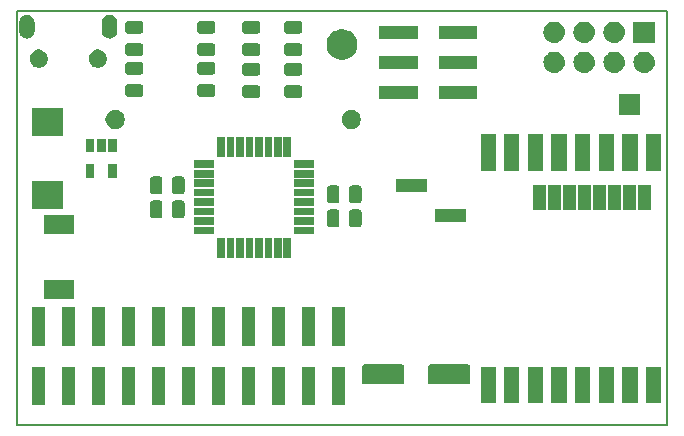
<source format=gbr>
%TF.GenerationSoftware,KiCad,Pcbnew,5.0.2-bee76a0~70~ubuntu18.04.1*%
%TF.CreationDate,2019-10-11T12:06:12+02:00*%
%TF.ProjectId,Mini-BT-Pcb-328P,4d696e69-2d42-4542-9d50-63622d333238,rev?*%
%TF.SameCoordinates,Original*%
%TF.FileFunction,Soldermask,Top*%
%TF.FilePolarity,Negative*%
%FSLAX46Y46*%
G04 Gerber Fmt 4.6, Leading zero omitted, Abs format (unit mm)*
G04 Created by KiCad (PCBNEW 5.0.2-bee76a0~70~ubuntu18.04.1) date ven 11 ott 2019 12:06:12 CEST*
%MOMM*%
%LPD*%
G01*
G04 APERTURE LIST*
%ADD10C,0.150000*%
G04 APERTURE END LIST*
D10*
X132080000Y-108406000D02*
X132080000Y-73406000D01*
X187080000Y-108406000D02*
X132080000Y-108406000D01*
X187080000Y-73406000D02*
X187080000Y-108406000D01*
X132080000Y-73406000D02*
X187080000Y-73406000D01*
G36*
X159807000Y-106765000D02*
X158709000Y-106765000D01*
X158709000Y-103517000D01*
X159807000Y-103517000D01*
X159807000Y-106765000D01*
X159807000Y-106765000D01*
G37*
G36*
X157267000Y-106765000D02*
X156169000Y-106765000D01*
X156169000Y-103517000D01*
X157267000Y-103517000D01*
X157267000Y-106765000D01*
X157267000Y-106765000D01*
G37*
G36*
X134407000Y-106765000D02*
X133309000Y-106765000D01*
X133309000Y-103517000D01*
X134407000Y-103517000D01*
X134407000Y-106765000D01*
X134407000Y-106765000D01*
G37*
G36*
X136947000Y-106765000D02*
X135849000Y-106765000D01*
X135849000Y-103517000D01*
X136947000Y-103517000D01*
X136947000Y-106765000D01*
X136947000Y-106765000D01*
G37*
G36*
X139487000Y-106765000D02*
X138389000Y-106765000D01*
X138389000Y-103517000D01*
X139487000Y-103517000D01*
X139487000Y-106765000D01*
X139487000Y-106765000D01*
G37*
G36*
X142027000Y-106765000D02*
X140929000Y-106765000D01*
X140929000Y-103517000D01*
X142027000Y-103517000D01*
X142027000Y-106765000D01*
X142027000Y-106765000D01*
G37*
G36*
X147107000Y-106765000D02*
X146009000Y-106765000D01*
X146009000Y-103517000D01*
X147107000Y-103517000D01*
X147107000Y-106765000D01*
X147107000Y-106765000D01*
G37*
G36*
X144567000Y-106765000D02*
X143469000Y-106765000D01*
X143469000Y-103517000D01*
X144567000Y-103517000D01*
X144567000Y-106765000D01*
X144567000Y-106765000D01*
G37*
G36*
X154727000Y-106765000D02*
X153629000Y-106765000D01*
X153629000Y-103517000D01*
X154727000Y-103517000D01*
X154727000Y-106765000D01*
X154727000Y-106765000D01*
G37*
G36*
X149647000Y-106765000D02*
X148549000Y-106765000D01*
X148549000Y-103517000D01*
X149647000Y-103517000D01*
X149647000Y-106765000D01*
X149647000Y-106765000D01*
G37*
G36*
X152187000Y-106765000D02*
X151089000Y-106765000D01*
X151089000Y-103517000D01*
X152187000Y-103517000D01*
X152187000Y-106765000D01*
X152187000Y-106765000D01*
G37*
G36*
X178607000Y-106593000D02*
X177309000Y-106593000D01*
X177309000Y-103495000D01*
X178607000Y-103495000D01*
X178607000Y-106593000D01*
X178607000Y-106593000D01*
G37*
G36*
X176607000Y-106593000D02*
X175309000Y-106593000D01*
X175309000Y-103495000D01*
X176607000Y-103495000D01*
X176607000Y-106593000D01*
X176607000Y-106593000D01*
G37*
G36*
X174607000Y-106593000D02*
X173309000Y-106593000D01*
X173309000Y-103495000D01*
X174607000Y-103495000D01*
X174607000Y-106593000D01*
X174607000Y-106593000D01*
G37*
G36*
X172607000Y-106593000D02*
X171309000Y-106593000D01*
X171309000Y-103495000D01*
X172607000Y-103495000D01*
X172607000Y-106593000D01*
X172607000Y-106593000D01*
G37*
G36*
X182607000Y-106593000D02*
X181309000Y-106593000D01*
X181309000Y-103495000D01*
X182607000Y-103495000D01*
X182607000Y-106593000D01*
X182607000Y-106593000D01*
G37*
G36*
X184607000Y-106593000D02*
X183309000Y-106593000D01*
X183309000Y-103495000D01*
X184607000Y-103495000D01*
X184607000Y-106593000D01*
X184607000Y-106593000D01*
G37*
G36*
X180607000Y-106593000D02*
X179309000Y-106593000D01*
X179309000Y-103495000D01*
X180607000Y-103495000D01*
X180607000Y-106593000D01*
X180607000Y-106593000D01*
G37*
G36*
X186607000Y-106593000D02*
X185309000Y-106593000D01*
X185309000Y-103495000D01*
X186607000Y-103495000D01*
X186607000Y-106593000D01*
X186607000Y-106593000D01*
G37*
G36*
X164675069Y-103295674D02*
X164718346Y-103308802D01*
X164758231Y-103330121D01*
X164793189Y-103358811D01*
X164821879Y-103393769D01*
X164843198Y-103433654D01*
X164856326Y-103476931D01*
X164861000Y-103524391D01*
X164861000Y-104755609D01*
X164856326Y-104803069D01*
X164843198Y-104846346D01*
X164821879Y-104886231D01*
X164793189Y-104921189D01*
X164758231Y-104949879D01*
X164718346Y-104971198D01*
X164675069Y-104984326D01*
X164627609Y-104989000D01*
X161496391Y-104989000D01*
X161448931Y-104984326D01*
X161405654Y-104971198D01*
X161365769Y-104949879D01*
X161330811Y-104921189D01*
X161302121Y-104886231D01*
X161280802Y-104846346D01*
X161267674Y-104803069D01*
X161263000Y-104755609D01*
X161263000Y-103524391D01*
X161267674Y-103476931D01*
X161280802Y-103433654D01*
X161302121Y-103393769D01*
X161330811Y-103358811D01*
X161365769Y-103330121D01*
X161405654Y-103308802D01*
X161448931Y-103295674D01*
X161496391Y-103291000D01*
X164627609Y-103291000D01*
X164675069Y-103295674D01*
X164675069Y-103295674D01*
G37*
G36*
X170275069Y-103295674D02*
X170318346Y-103308802D01*
X170358231Y-103330121D01*
X170393189Y-103358811D01*
X170421879Y-103393769D01*
X170443198Y-103433654D01*
X170456326Y-103476931D01*
X170461000Y-103524391D01*
X170461000Y-104755609D01*
X170456326Y-104803069D01*
X170443198Y-104846346D01*
X170421879Y-104886231D01*
X170393189Y-104921189D01*
X170358231Y-104949879D01*
X170318346Y-104971198D01*
X170275069Y-104984326D01*
X170227609Y-104989000D01*
X167096391Y-104989000D01*
X167048931Y-104984326D01*
X167005654Y-104971198D01*
X166965769Y-104949879D01*
X166930811Y-104921189D01*
X166902121Y-104886231D01*
X166880802Y-104846346D01*
X166867674Y-104803069D01*
X166863000Y-104755609D01*
X166863000Y-103524391D01*
X166867674Y-103476931D01*
X166880802Y-103433654D01*
X166902121Y-103393769D01*
X166930811Y-103358811D01*
X166965769Y-103330121D01*
X167005654Y-103308802D01*
X167048931Y-103295674D01*
X167096391Y-103291000D01*
X170227609Y-103291000D01*
X170275069Y-103295674D01*
X170275069Y-103295674D01*
G37*
G36*
X159807000Y-101715000D02*
X158709000Y-101715000D01*
X158709000Y-98467000D01*
X159807000Y-98467000D01*
X159807000Y-101715000D01*
X159807000Y-101715000D01*
G37*
G36*
X136947000Y-101715000D02*
X135849000Y-101715000D01*
X135849000Y-98467000D01*
X136947000Y-98467000D01*
X136947000Y-101715000D01*
X136947000Y-101715000D01*
G37*
G36*
X147107000Y-101715000D02*
X146009000Y-101715000D01*
X146009000Y-98467000D01*
X147107000Y-98467000D01*
X147107000Y-101715000D01*
X147107000Y-101715000D01*
G37*
G36*
X152187000Y-101715000D02*
X151089000Y-101715000D01*
X151089000Y-98467000D01*
X152187000Y-98467000D01*
X152187000Y-101715000D01*
X152187000Y-101715000D01*
G37*
G36*
X144567000Y-101715000D02*
X143469000Y-101715000D01*
X143469000Y-98467000D01*
X144567000Y-98467000D01*
X144567000Y-101715000D01*
X144567000Y-101715000D01*
G37*
G36*
X154727000Y-101715000D02*
X153629000Y-101715000D01*
X153629000Y-98467000D01*
X154727000Y-98467000D01*
X154727000Y-101715000D01*
X154727000Y-101715000D01*
G37*
G36*
X142027000Y-101715000D02*
X140929000Y-101715000D01*
X140929000Y-98467000D01*
X142027000Y-98467000D01*
X142027000Y-101715000D01*
X142027000Y-101715000D01*
G37*
G36*
X157267000Y-101715000D02*
X156169000Y-101715000D01*
X156169000Y-98467000D01*
X157267000Y-98467000D01*
X157267000Y-101715000D01*
X157267000Y-101715000D01*
G37*
G36*
X139487000Y-101715000D02*
X138389000Y-101715000D01*
X138389000Y-98467000D01*
X139487000Y-98467000D01*
X139487000Y-101715000D01*
X139487000Y-101715000D01*
G37*
G36*
X134407000Y-101715000D02*
X133309000Y-101715000D01*
X133309000Y-98467000D01*
X134407000Y-98467000D01*
X134407000Y-101715000D01*
X134407000Y-101715000D01*
G37*
G36*
X149647000Y-101715000D02*
X148549000Y-101715000D01*
X148549000Y-98467000D01*
X149647000Y-98467000D01*
X149647000Y-101715000D01*
X149647000Y-101715000D01*
G37*
G36*
X136885000Y-97783000D02*
X134387000Y-97783000D01*
X134387000Y-96185000D01*
X136885000Y-96185000D01*
X136885000Y-97783000D01*
X136885000Y-97783000D01*
G37*
G36*
X155270000Y-94253000D02*
X154622000Y-94253000D01*
X154622000Y-92555000D01*
X155270000Y-92555000D01*
X155270000Y-94253000D01*
X155270000Y-94253000D01*
G37*
G36*
X154470000Y-94253000D02*
X153822000Y-94253000D01*
X153822000Y-92555000D01*
X154470000Y-92555000D01*
X154470000Y-94253000D01*
X154470000Y-94253000D01*
G37*
G36*
X149670000Y-94253000D02*
X149022000Y-94253000D01*
X149022000Y-92555000D01*
X149670000Y-92555000D01*
X149670000Y-94253000D01*
X149670000Y-94253000D01*
G37*
G36*
X150470000Y-94253000D02*
X149822000Y-94253000D01*
X149822000Y-92555000D01*
X150470000Y-92555000D01*
X150470000Y-94253000D01*
X150470000Y-94253000D01*
G37*
G36*
X152070000Y-94253000D02*
X151422000Y-94253000D01*
X151422000Y-92555000D01*
X152070000Y-92555000D01*
X152070000Y-94253000D01*
X152070000Y-94253000D01*
G37*
G36*
X152870000Y-94253000D02*
X152222000Y-94253000D01*
X152222000Y-92555000D01*
X152870000Y-92555000D01*
X152870000Y-94253000D01*
X152870000Y-94253000D01*
G37*
G36*
X153670000Y-94253000D02*
X153022000Y-94253000D01*
X153022000Y-92555000D01*
X153670000Y-92555000D01*
X153670000Y-94253000D01*
X153670000Y-94253000D01*
G37*
G36*
X151270000Y-94253000D02*
X150622000Y-94253000D01*
X150622000Y-92555000D01*
X151270000Y-92555000D01*
X151270000Y-94253000D01*
X151270000Y-94253000D01*
G37*
G36*
X136885000Y-92283000D02*
X134387000Y-92283000D01*
X134387000Y-90685000D01*
X136885000Y-90685000D01*
X136885000Y-92283000D01*
X136885000Y-92283000D01*
G37*
G36*
X157245000Y-92278000D02*
X155547000Y-92278000D01*
X155547000Y-91630000D01*
X157245000Y-91630000D01*
X157245000Y-92278000D01*
X157245000Y-92278000D01*
G37*
G36*
X148745000Y-92278000D02*
X147047000Y-92278000D01*
X147047000Y-91630000D01*
X148745000Y-91630000D01*
X148745000Y-92278000D01*
X148745000Y-92278000D01*
G37*
G36*
X159169158Y-90187911D02*
X159214745Y-90201739D01*
X159256758Y-90224197D01*
X159293583Y-90254417D01*
X159323803Y-90291242D01*
X159346261Y-90333255D01*
X159360089Y-90378842D01*
X159365000Y-90428704D01*
X159365000Y-91435296D01*
X159360089Y-91485158D01*
X159346261Y-91530745D01*
X159323803Y-91572758D01*
X159293583Y-91609583D01*
X159256758Y-91639803D01*
X159214745Y-91662261D01*
X159169158Y-91676089D01*
X159119296Y-91681000D01*
X158537704Y-91681000D01*
X158487842Y-91676089D01*
X158442255Y-91662261D01*
X158400242Y-91639803D01*
X158363417Y-91609583D01*
X158333197Y-91572758D01*
X158310739Y-91530745D01*
X158296911Y-91485158D01*
X158292000Y-91435296D01*
X158292000Y-90428704D01*
X158296911Y-90378842D01*
X158310739Y-90333255D01*
X158333197Y-90291242D01*
X158363417Y-90254417D01*
X158400242Y-90224197D01*
X158442255Y-90201739D01*
X158487842Y-90187911D01*
X158537704Y-90183000D01*
X159119296Y-90183000D01*
X159169158Y-90187911D01*
X159169158Y-90187911D01*
G37*
G36*
X161044158Y-90187911D02*
X161089745Y-90201739D01*
X161131758Y-90224197D01*
X161168583Y-90254417D01*
X161198803Y-90291242D01*
X161221261Y-90333255D01*
X161235089Y-90378842D01*
X161240000Y-90428704D01*
X161240000Y-91435296D01*
X161235089Y-91485158D01*
X161221261Y-91530745D01*
X161198803Y-91572758D01*
X161168583Y-91609583D01*
X161131758Y-91639803D01*
X161089745Y-91662261D01*
X161044158Y-91676089D01*
X160994296Y-91681000D01*
X160412704Y-91681000D01*
X160362842Y-91676089D01*
X160317255Y-91662261D01*
X160275242Y-91639803D01*
X160238417Y-91609583D01*
X160208197Y-91572758D01*
X160185739Y-91530745D01*
X160171911Y-91485158D01*
X160167000Y-91435296D01*
X160167000Y-90428704D01*
X160171911Y-90378842D01*
X160185739Y-90333255D01*
X160208197Y-90291242D01*
X160238417Y-90254417D01*
X160275242Y-90224197D01*
X160317255Y-90201739D01*
X160362842Y-90187911D01*
X160412704Y-90183000D01*
X160994296Y-90183000D01*
X161044158Y-90187911D01*
X161044158Y-90187911D01*
G37*
G36*
X157245000Y-91478000D02*
X155547000Y-91478000D01*
X155547000Y-90830000D01*
X157245000Y-90830000D01*
X157245000Y-91478000D01*
X157245000Y-91478000D01*
G37*
G36*
X148745000Y-91478000D02*
X147047000Y-91478000D01*
X147047000Y-90830000D01*
X148745000Y-90830000D01*
X148745000Y-91478000D01*
X148745000Y-91478000D01*
G37*
G36*
X170091000Y-91227000D02*
X167483000Y-91227000D01*
X167483000Y-90129000D01*
X170091000Y-90129000D01*
X170091000Y-91227000D01*
X170091000Y-91227000D01*
G37*
G36*
X146058158Y-89425911D02*
X146103745Y-89439739D01*
X146145758Y-89462197D01*
X146182583Y-89492417D01*
X146212803Y-89529242D01*
X146235261Y-89571255D01*
X146249089Y-89616842D01*
X146254000Y-89666704D01*
X146254000Y-90673296D01*
X146249089Y-90723158D01*
X146235261Y-90768745D01*
X146212803Y-90810758D01*
X146182583Y-90847583D01*
X146145758Y-90877803D01*
X146103745Y-90900261D01*
X146058158Y-90914089D01*
X146008296Y-90919000D01*
X145426704Y-90919000D01*
X145376842Y-90914089D01*
X145331255Y-90900261D01*
X145289242Y-90877803D01*
X145252417Y-90847583D01*
X145222197Y-90810758D01*
X145199739Y-90768745D01*
X145185911Y-90723158D01*
X145181000Y-90673296D01*
X145181000Y-89666704D01*
X145185911Y-89616842D01*
X145199739Y-89571255D01*
X145222197Y-89529242D01*
X145252417Y-89492417D01*
X145289242Y-89462197D01*
X145331255Y-89439739D01*
X145376842Y-89425911D01*
X145426704Y-89421000D01*
X146008296Y-89421000D01*
X146058158Y-89425911D01*
X146058158Y-89425911D01*
G37*
G36*
X144183158Y-89425911D02*
X144228745Y-89439739D01*
X144270758Y-89462197D01*
X144307583Y-89492417D01*
X144337803Y-89529242D01*
X144360261Y-89571255D01*
X144374089Y-89616842D01*
X144379000Y-89666704D01*
X144379000Y-90673296D01*
X144374089Y-90723158D01*
X144360261Y-90768745D01*
X144337803Y-90810758D01*
X144307583Y-90847583D01*
X144270758Y-90877803D01*
X144228745Y-90900261D01*
X144183158Y-90914089D01*
X144133296Y-90919000D01*
X143551704Y-90919000D01*
X143501842Y-90914089D01*
X143456255Y-90900261D01*
X143414242Y-90877803D01*
X143377417Y-90847583D01*
X143347197Y-90810758D01*
X143324739Y-90768745D01*
X143310911Y-90723158D01*
X143306000Y-90673296D01*
X143306000Y-89666704D01*
X143310911Y-89616842D01*
X143324739Y-89571255D01*
X143347197Y-89529242D01*
X143377417Y-89492417D01*
X143414242Y-89462197D01*
X143456255Y-89439739D01*
X143501842Y-89425911D01*
X143551704Y-89421000D01*
X144133296Y-89421000D01*
X144183158Y-89425911D01*
X144183158Y-89425911D01*
G37*
G36*
X157245000Y-90678000D02*
X155547000Y-90678000D01*
X155547000Y-90030000D01*
X157245000Y-90030000D01*
X157245000Y-90678000D01*
X157245000Y-90678000D01*
G37*
G36*
X148745000Y-90678000D02*
X147047000Y-90678000D01*
X147047000Y-90030000D01*
X148745000Y-90030000D01*
X148745000Y-90678000D01*
X148745000Y-90678000D01*
G37*
G36*
X180635000Y-90203000D02*
X179537000Y-90203000D01*
X179537000Y-88105000D01*
X180635000Y-88105000D01*
X180635000Y-90203000D01*
X180635000Y-90203000D01*
G37*
G36*
X185715000Y-90203000D02*
X184617000Y-90203000D01*
X184617000Y-88105000D01*
X185715000Y-88105000D01*
X185715000Y-90203000D01*
X185715000Y-90203000D01*
G37*
G36*
X184445000Y-90203000D02*
X183347000Y-90203000D01*
X183347000Y-88105000D01*
X184445000Y-88105000D01*
X184445000Y-90203000D01*
X184445000Y-90203000D01*
G37*
G36*
X183175000Y-90203000D02*
X182077000Y-90203000D01*
X182077000Y-88105000D01*
X183175000Y-88105000D01*
X183175000Y-90203000D01*
X183175000Y-90203000D01*
G37*
G36*
X181905000Y-90203000D02*
X180807000Y-90203000D01*
X180807000Y-88105000D01*
X181905000Y-88105000D01*
X181905000Y-90203000D01*
X181905000Y-90203000D01*
G37*
G36*
X179365000Y-90203000D02*
X178267000Y-90203000D01*
X178267000Y-88105000D01*
X179365000Y-88105000D01*
X179365000Y-90203000D01*
X179365000Y-90203000D01*
G37*
G36*
X176825000Y-90203000D02*
X175727000Y-90203000D01*
X175727000Y-88105000D01*
X176825000Y-88105000D01*
X176825000Y-90203000D01*
X176825000Y-90203000D01*
G37*
G36*
X178095000Y-90203000D02*
X176997000Y-90203000D01*
X176997000Y-88105000D01*
X178095000Y-88105000D01*
X178095000Y-90203000D01*
X178095000Y-90203000D01*
G37*
G36*
X135929000Y-90156000D02*
X133311000Y-90156000D01*
X133311000Y-87748000D01*
X135929000Y-87748000D01*
X135929000Y-90156000D01*
X135929000Y-90156000D01*
G37*
G36*
X148745000Y-89878000D02*
X147047000Y-89878000D01*
X147047000Y-89230000D01*
X148745000Y-89230000D01*
X148745000Y-89878000D01*
X148745000Y-89878000D01*
G37*
G36*
X157245000Y-89878000D02*
X155547000Y-89878000D01*
X155547000Y-89230000D01*
X157245000Y-89230000D01*
X157245000Y-89878000D01*
X157245000Y-89878000D01*
G37*
G36*
X159169158Y-88155911D02*
X159214745Y-88169739D01*
X159256758Y-88192197D01*
X159293583Y-88222417D01*
X159323803Y-88259242D01*
X159346261Y-88301255D01*
X159360089Y-88346842D01*
X159365000Y-88396704D01*
X159365000Y-89403296D01*
X159360089Y-89453158D01*
X159346261Y-89498745D01*
X159323803Y-89540758D01*
X159293583Y-89577583D01*
X159256758Y-89607803D01*
X159214745Y-89630261D01*
X159169158Y-89644089D01*
X159119296Y-89649000D01*
X158537704Y-89649000D01*
X158487842Y-89644089D01*
X158442255Y-89630261D01*
X158400242Y-89607803D01*
X158363417Y-89577583D01*
X158333197Y-89540758D01*
X158310739Y-89498745D01*
X158296911Y-89453158D01*
X158292000Y-89403296D01*
X158292000Y-88396704D01*
X158296911Y-88346842D01*
X158310739Y-88301255D01*
X158333197Y-88259242D01*
X158363417Y-88222417D01*
X158400242Y-88192197D01*
X158442255Y-88169739D01*
X158487842Y-88155911D01*
X158537704Y-88151000D01*
X159119296Y-88151000D01*
X159169158Y-88155911D01*
X159169158Y-88155911D01*
G37*
G36*
X161044158Y-88155911D02*
X161089745Y-88169739D01*
X161131758Y-88192197D01*
X161168583Y-88222417D01*
X161198803Y-88259242D01*
X161221261Y-88301255D01*
X161235089Y-88346842D01*
X161240000Y-88396704D01*
X161240000Y-89403296D01*
X161235089Y-89453158D01*
X161221261Y-89498745D01*
X161198803Y-89540758D01*
X161168583Y-89577583D01*
X161131758Y-89607803D01*
X161089745Y-89630261D01*
X161044158Y-89644089D01*
X160994296Y-89649000D01*
X160412704Y-89649000D01*
X160362842Y-89644089D01*
X160317255Y-89630261D01*
X160275242Y-89607803D01*
X160238417Y-89577583D01*
X160208197Y-89540758D01*
X160185739Y-89498745D01*
X160171911Y-89453158D01*
X160167000Y-89403296D01*
X160167000Y-88396704D01*
X160171911Y-88346842D01*
X160185739Y-88301255D01*
X160208197Y-88259242D01*
X160238417Y-88222417D01*
X160275242Y-88192197D01*
X160317255Y-88169739D01*
X160362842Y-88155911D01*
X160412704Y-88151000D01*
X160994296Y-88151000D01*
X161044158Y-88155911D01*
X161044158Y-88155911D01*
G37*
G36*
X157245000Y-89078000D02*
X155547000Y-89078000D01*
X155547000Y-88430000D01*
X157245000Y-88430000D01*
X157245000Y-89078000D01*
X157245000Y-89078000D01*
G37*
G36*
X148745000Y-89078000D02*
X147047000Y-89078000D01*
X147047000Y-88430000D01*
X148745000Y-88430000D01*
X148745000Y-89078000D01*
X148745000Y-89078000D01*
G37*
G36*
X146058158Y-87393911D02*
X146103745Y-87407739D01*
X146145758Y-87430197D01*
X146182583Y-87460417D01*
X146212803Y-87497242D01*
X146235261Y-87539255D01*
X146249089Y-87584842D01*
X146254000Y-87634704D01*
X146254000Y-88641296D01*
X146249089Y-88691158D01*
X146235261Y-88736745D01*
X146212803Y-88778758D01*
X146182583Y-88815583D01*
X146145758Y-88845803D01*
X146103745Y-88868261D01*
X146058158Y-88882089D01*
X146008296Y-88887000D01*
X145426704Y-88887000D01*
X145376842Y-88882089D01*
X145331255Y-88868261D01*
X145289242Y-88845803D01*
X145252417Y-88815583D01*
X145222197Y-88778758D01*
X145199739Y-88736745D01*
X145185911Y-88691158D01*
X145181000Y-88641296D01*
X145181000Y-87634704D01*
X145185911Y-87584842D01*
X145199739Y-87539255D01*
X145222197Y-87497242D01*
X145252417Y-87460417D01*
X145289242Y-87430197D01*
X145331255Y-87407739D01*
X145376842Y-87393911D01*
X145426704Y-87389000D01*
X146008296Y-87389000D01*
X146058158Y-87393911D01*
X146058158Y-87393911D01*
G37*
G36*
X144183158Y-87393911D02*
X144228745Y-87407739D01*
X144270758Y-87430197D01*
X144307583Y-87460417D01*
X144337803Y-87497242D01*
X144360261Y-87539255D01*
X144374089Y-87584842D01*
X144379000Y-87634704D01*
X144379000Y-88641296D01*
X144374089Y-88691158D01*
X144360261Y-88736745D01*
X144337803Y-88778758D01*
X144307583Y-88815583D01*
X144270758Y-88845803D01*
X144228745Y-88868261D01*
X144183158Y-88882089D01*
X144133296Y-88887000D01*
X143551704Y-88887000D01*
X143501842Y-88882089D01*
X143456255Y-88868261D01*
X143414242Y-88845803D01*
X143377417Y-88815583D01*
X143347197Y-88778758D01*
X143324739Y-88736745D01*
X143310911Y-88691158D01*
X143306000Y-88641296D01*
X143306000Y-87634704D01*
X143310911Y-87584842D01*
X143324739Y-87539255D01*
X143347197Y-87497242D01*
X143377417Y-87460417D01*
X143414242Y-87430197D01*
X143456255Y-87407739D01*
X143501842Y-87393911D01*
X143551704Y-87389000D01*
X144133296Y-87389000D01*
X144183158Y-87393911D01*
X144183158Y-87393911D01*
G37*
G36*
X166781000Y-88687000D02*
X164173000Y-88687000D01*
X164173000Y-87589000D01*
X166781000Y-87589000D01*
X166781000Y-88687000D01*
X166781000Y-88687000D01*
G37*
G36*
X157245000Y-88278000D02*
X155547000Y-88278000D01*
X155547000Y-87630000D01*
X157245000Y-87630000D01*
X157245000Y-88278000D01*
X157245000Y-88278000D01*
G37*
G36*
X148745000Y-88278000D02*
X147047000Y-88278000D01*
X147047000Y-87630000D01*
X148745000Y-87630000D01*
X148745000Y-88278000D01*
X148745000Y-88278000D01*
G37*
G36*
X138616000Y-87531000D02*
X137868000Y-87531000D01*
X137868000Y-86373000D01*
X138616000Y-86373000D01*
X138616000Y-87531000D01*
X138616000Y-87531000D01*
G37*
G36*
X140516000Y-87531000D02*
X139768000Y-87531000D01*
X139768000Y-86373000D01*
X140516000Y-86373000D01*
X140516000Y-87531000D01*
X140516000Y-87531000D01*
G37*
G36*
X157245000Y-87478000D02*
X155547000Y-87478000D01*
X155547000Y-86830000D01*
X157245000Y-86830000D01*
X157245000Y-87478000D01*
X157245000Y-87478000D01*
G37*
G36*
X148745000Y-87478000D02*
X147047000Y-87478000D01*
X147047000Y-86830000D01*
X148745000Y-86830000D01*
X148745000Y-87478000D01*
X148745000Y-87478000D01*
G37*
G36*
X178607000Y-86893000D02*
X177309000Y-86893000D01*
X177309000Y-83795000D01*
X178607000Y-83795000D01*
X178607000Y-86893000D01*
X178607000Y-86893000D01*
G37*
G36*
X172607000Y-86893000D02*
X171309000Y-86893000D01*
X171309000Y-83795000D01*
X172607000Y-83795000D01*
X172607000Y-86893000D01*
X172607000Y-86893000D01*
G37*
G36*
X174607000Y-86893000D02*
X173309000Y-86893000D01*
X173309000Y-83795000D01*
X174607000Y-83795000D01*
X174607000Y-86893000D01*
X174607000Y-86893000D01*
G37*
G36*
X176607000Y-86893000D02*
X175309000Y-86893000D01*
X175309000Y-83795000D01*
X176607000Y-83795000D01*
X176607000Y-86893000D01*
X176607000Y-86893000D01*
G37*
G36*
X180607000Y-86893000D02*
X179309000Y-86893000D01*
X179309000Y-83795000D01*
X180607000Y-83795000D01*
X180607000Y-86893000D01*
X180607000Y-86893000D01*
G37*
G36*
X182607000Y-86893000D02*
X181309000Y-86893000D01*
X181309000Y-83795000D01*
X182607000Y-83795000D01*
X182607000Y-86893000D01*
X182607000Y-86893000D01*
G37*
G36*
X186607000Y-86893000D02*
X185309000Y-86893000D01*
X185309000Y-83795000D01*
X186607000Y-83795000D01*
X186607000Y-86893000D01*
X186607000Y-86893000D01*
G37*
G36*
X184607000Y-86893000D02*
X183309000Y-86893000D01*
X183309000Y-83795000D01*
X184607000Y-83795000D01*
X184607000Y-86893000D01*
X184607000Y-86893000D01*
G37*
G36*
X157245000Y-86678000D02*
X155547000Y-86678000D01*
X155547000Y-86030000D01*
X157245000Y-86030000D01*
X157245000Y-86678000D01*
X157245000Y-86678000D01*
G37*
G36*
X148745000Y-86678000D02*
X147047000Y-86678000D01*
X147047000Y-86030000D01*
X148745000Y-86030000D01*
X148745000Y-86678000D01*
X148745000Y-86678000D01*
G37*
G36*
X149670000Y-85753000D02*
X149022000Y-85753000D01*
X149022000Y-84055000D01*
X149670000Y-84055000D01*
X149670000Y-85753000D01*
X149670000Y-85753000D01*
G37*
G36*
X151270000Y-85753000D02*
X150622000Y-85753000D01*
X150622000Y-84055000D01*
X151270000Y-84055000D01*
X151270000Y-85753000D01*
X151270000Y-85753000D01*
G37*
G36*
X152070000Y-85753000D02*
X151422000Y-85753000D01*
X151422000Y-84055000D01*
X152070000Y-84055000D01*
X152070000Y-85753000D01*
X152070000Y-85753000D01*
G37*
G36*
X152870000Y-85753000D02*
X152222000Y-85753000D01*
X152222000Y-84055000D01*
X152870000Y-84055000D01*
X152870000Y-85753000D01*
X152870000Y-85753000D01*
G37*
G36*
X153670000Y-85753000D02*
X153022000Y-85753000D01*
X153022000Y-84055000D01*
X153670000Y-84055000D01*
X153670000Y-85753000D01*
X153670000Y-85753000D01*
G37*
G36*
X150470000Y-85753000D02*
X149822000Y-85753000D01*
X149822000Y-84055000D01*
X150470000Y-84055000D01*
X150470000Y-85753000D01*
X150470000Y-85753000D01*
G37*
G36*
X154470000Y-85753000D02*
X153822000Y-85753000D01*
X153822000Y-84055000D01*
X154470000Y-84055000D01*
X154470000Y-85753000D01*
X154470000Y-85753000D01*
G37*
G36*
X155270000Y-85753000D02*
X154622000Y-85753000D01*
X154622000Y-84055000D01*
X155270000Y-84055000D01*
X155270000Y-85753000D01*
X155270000Y-85753000D01*
G37*
G36*
X140516000Y-85331000D02*
X139768000Y-85331000D01*
X139768000Y-84173000D01*
X140516000Y-84173000D01*
X140516000Y-85331000D01*
X140516000Y-85331000D01*
G37*
G36*
X139566000Y-85331000D02*
X138818000Y-85331000D01*
X138818000Y-84173000D01*
X139566000Y-84173000D01*
X139566000Y-85331000D01*
X139566000Y-85331000D01*
G37*
G36*
X138616000Y-85331000D02*
X137868000Y-85331000D01*
X137868000Y-84173000D01*
X138616000Y-84173000D01*
X138616000Y-85331000D01*
X138616000Y-85331000D01*
G37*
G36*
X135929000Y-83956000D02*
X133311000Y-83956000D01*
X133311000Y-81548000D01*
X135929000Y-81548000D01*
X135929000Y-83956000D01*
X135929000Y-83956000D01*
G37*
G36*
X140604560Y-81770166D02*
X140752153Y-81831301D01*
X140884535Y-81919756D01*
X140884985Y-81920057D01*
X140997943Y-82033015D01*
X140997945Y-82033018D01*
X141086699Y-82165847D01*
X141147834Y-82313440D01*
X141179000Y-82470123D01*
X141179000Y-82629877D01*
X141147834Y-82786560D01*
X141086699Y-82934153D01*
X140998244Y-83066535D01*
X140997943Y-83066985D01*
X140884985Y-83179943D01*
X140884982Y-83179945D01*
X140752153Y-83268699D01*
X140604560Y-83329834D01*
X140447877Y-83361000D01*
X140288123Y-83361000D01*
X140131440Y-83329834D01*
X139983847Y-83268699D01*
X139851018Y-83179945D01*
X139851015Y-83179943D01*
X139738057Y-83066985D01*
X139737756Y-83066535D01*
X139649301Y-82934153D01*
X139588166Y-82786560D01*
X139557000Y-82629877D01*
X139557000Y-82470123D01*
X139588166Y-82313440D01*
X139649301Y-82165847D01*
X139738055Y-82033018D01*
X139738057Y-82033015D01*
X139851015Y-81920057D01*
X139851465Y-81919756D01*
X139983847Y-81831301D01*
X140131440Y-81770166D01*
X140288123Y-81739000D01*
X140447877Y-81739000D01*
X140604560Y-81770166D01*
X140604560Y-81770166D01*
G37*
G36*
X160604560Y-81770166D02*
X160752153Y-81831301D01*
X160884535Y-81919756D01*
X160884985Y-81920057D01*
X160997943Y-82033015D01*
X160997945Y-82033018D01*
X161086699Y-82165847D01*
X161147834Y-82313440D01*
X161179000Y-82470123D01*
X161179000Y-82629877D01*
X161147834Y-82786560D01*
X161086699Y-82934153D01*
X160998244Y-83066535D01*
X160997943Y-83066985D01*
X160884985Y-83179943D01*
X160884982Y-83179945D01*
X160752153Y-83268699D01*
X160604560Y-83329834D01*
X160447877Y-83361000D01*
X160288123Y-83361000D01*
X160131440Y-83329834D01*
X159983847Y-83268699D01*
X159851018Y-83179945D01*
X159851015Y-83179943D01*
X159738057Y-83066985D01*
X159737756Y-83066535D01*
X159649301Y-82934153D01*
X159588166Y-82786560D01*
X159557000Y-82629877D01*
X159557000Y-82470123D01*
X159588166Y-82313440D01*
X159649301Y-82165847D01*
X159738055Y-82033018D01*
X159738057Y-82033015D01*
X159851015Y-81920057D01*
X159851465Y-81919756D01*
X159983847Y-81831301D01*
X160131440Y-81770166D01*
X160288123Y-81739000D01*
X160447877Y-81739000D01*
X160604560Y-81770166D01*
X160604560Y-81770166D01*
G37*
G36*
X184795000Y-82179000D02*
X182997000Y-82179000D01*
X182997000Y-80381000D01*
X184795000Y-80381000D01*
X184795000Y-82179000D01*
X184795000Y-82179000D01*
G37*
G36*
X171027000Y-80813000D02*
X167779000Y-80813000D01*
X167779000Y-79715000D01*
X171027000Y-79715000D01*
X171027000Y-80813000D01*
X171027000Y-80813000D01*
G37*
G36*
X165977000Y-80813000D02*
X162729000Y-80813000D01*
X162729000Y-79715000D01*
X165977000Y-79715000D01*
X165977000Y-80813000D01*
X165977000Y-80813000D01*
G37*
G36*
X152445158Y-79653911D02*
X152490745Y-79667739D01*
X152532758Y-79690197D01*
X152569583Y-79720417D01*
X152599803Y-79757242D01*
X152622261Y-79799255D01*
X152636089Y-79844842D01*
X152641000Y-79894704D01*
X152641000Y-80476296D01*
X152636089Y-80526158D01*
X152622261Y-80571745D01*
X152599803Y-80613758D01*
X152569583Y-80650583D01*
X152532758Y-80680803D01*
X152490745Y-80703261D01*
X152445158Y-80717089D01*
X152395296Y-80722000D01*
X151388704Y-80722000D01*
X151338842Y-80717089D01*
X151293255Y-80703261D01*
X151251242Y-80680803D01*
X151214417Y-80650583D01*
X151184197Y-80613758D01*
X151161739Y-80571745D01*
X151147911Y-80526158D01*
X151143000Y-80476296D01*
X151143000Y-79894704D01*
X151147911Y-79844842D01*
X151161739Y-79799255D01*
X151184197Y-79757242D01*
X151214417Y-79720417D01*
X151251242Y-79690197D01*
X151293255Y-79667739D01*
X151338842Y-79653911D01*
X151388704Y-79649000D01*
X152395296Y-79649000D01*
X152445158Y-79653911D01*
X152445158Y-79653911D01*
G37*
G36*
X156001158Y-79653911D02*
X156046745Y-79667739D01*
X156088758Y-79690197D01*
X156125583Y-79720417D01*
X156155803Y-79757242D01*
X156178261Y-79799255D01*
X156192089Y-79844842D01*
X156197000Y-79894704D01*
X156197000Y-80476296D01*
X156192089Y-80526158D01*
X156178261Y-80571745D01*
X156155803Y-80613758D01*
X156125583Y-80650583D01*
X156088758Y-80680803D01*
X156046745Y-80703261D01*
X156001158Y-80717089D01*
X155951296Y-80722000D01*
X154944704Y-80722000D01*
X154894842Y-80717089D01*
X154849255Y-80703261D01*
X154807242Y-80680803D01*
X154770417Y-80650583D01*
X154740197Y-80613758D01*
X154717739Y-80571745D01*
X154703911Y-80526158D01*
X154699000Y-80476296D01*
X154699000Y-79894704D01*
X154703911Y-79844842D01*
X154717739Y-79799255D01*
X154740197Y-79757242D01*
X154770417Y-79720417D01*
X154807242Y-79690197D01*
X154849255Y-79667739D01*
X154894842Y-79653911D01*
X154944704Y-79649000D01*
X155951296Y-79649000D01*
X156001158Y-79653911D01*
X156001158Y-79653911D01*
G37*
G36*
X142539158Y-79575411D02*
X142584745Y-79589239D01*
X142626758Y-79611697D01*
X142663583Y-79641917D01*
X142693803Y-79678742D01*
X142716261Y-79720755D01*
X142730089Y-79766342D01*
X142735000Y-79816204D01*
X142735000Y-80397796D01*
X142730089Y-80447658D01*
X142716261Y-80493245D01*
X142693803Y-80535258D01*
X142663583Y-80572083D01*
X142626758Y-80602303D01*
X142584745Y-80624761D01*
X142539158Y-80638589D01*
X142489296Y-80643500D01*
X141482704Y-80643500D01*
X141432842Y-80638589D01*
X141387255Y-80624761D01*
X141345242Y-80602303D01*
X141308417Y-80572083D01*
X141278197Y-80535258D01*
X141255739Y-80493245D01*
X141241911Y-80447658D01*
X141237000Y-80397796D01*
X141237000Y-79816204D01*
X141241911Y-79766342D01*
X141255739Y-79720755D01*
X141278197Y-79678742D01*
X141308417Y-79641917D01*
X141345242Y-79611697D01*
X141387255Y-79589239D01*
X141432842Y-79575411D01*
X141482704Y-79570500D01*
X142489296Y-79570500D01*
X142539158Y-79575411D01*
X142539158Y-79575411D01*
G37*
G36*
X148635158Y-79575411D02*
X148680745Y-79589239D01*
X148722758Y-79611697D01*
X148759583Y-79641917D01*
X148789803Y-79678742D01*
X148812261Y-79720755D01*
X148826089Y-79766342D01*
X148831000Y-79816204D01*
X148831000Y-80397796D01*
X148826089Y-80447658D01*
X148812261Y-80493245D01*
X148789803Y-80535258D01*
X148759583Y-80572083D01*
X148722758Y-80602303D01*
X148680745Y-80624761D01*
X148635158Y-80638589D01*
X148585296Y-80643500D01*
X147578704Y-80643500D01*
X147528842Y-80638589D01*
X147483255Y-80624761D01*
X147441242Y-80602303D01*
X147404417Y-80572083D01*
X147374197Y-80535258D01*
X147351739Y-80493245D01*
X147337911Y-80447658D01*
X147333000Y-80397796D01*
X147333000Y-79816204D01*
X147337911Y-79766342D01*
X147351739Y-79720755D01*
X147374197Y-79678742D01*
X147404417Y-79641917D01*
X147441242Y-79611697D01*
X147483255Y-79589239D01*
X147528842Y-79575411D01*
X147578704Y-79570500D01*
X148585296Y-79570500D01*
X148635158Y-79575411D01*
X148635158Y-79575411D01*
G37*
G36*
X156001158Y-77778911D02*
X156046745Y-77792739D01*
X156088758Y-77815197D01*
X156125583Y-77845417D01*
X156155803Y-77882242D01*
X156178261Y-77924255D01*
X156192089Y-77969842D01*
X156197000Y-78019704D01*
X156197000Y-78601296D01*
X156192089Y-78651158D01*
X156178261Y-78696745D01*
X156155803Y-78738758D01*
X156125583Y-78775583D01*
X156088758Y-78805803D01*
X156046745Y-78828261D01*
X156001158Y-78842089D01*
X155951296Y-78847000D01*
X154944704Y-78847000D01*
X154894842Y-78842089D01*
X154849255Y-78828261D01*
X154807242Y-78805803D01*
X154770417Y-78775583D01*
X154740197Y-78738758D01*
X154717739Y-78696745D01*
X154703911Y-78651158D01*
X154699000Y-78601296D01*
X154699000Y-78019704D01*
X154703911Y-77969842D01*
X154717739Y-77924255D01*
X154740197Y-77882242D01*
X154770417Y-77845417D01*
X154807242Y-77815197D01*
X154849255Y-77792739D01*
X154894842Y-77778911D01*
X154944704Y-77774000D01*
X155951296Y-77774000D01*
X156001158Y-77778911D01*
X156001158Y-77778911D01*
G37*
G36*
X152445158Y-77778911D02*
X152490745Y-77792739D01*
X152532758Y-77815197D01*
X152569583Y-77845417D01*
X152599803Y-77882242D01*
X152622261Y-77924255D01*
X152636089Y-77969842D01*
X152641000Y-78019704D01*
X152641000Y-78601296D01*
X152636089Y-78651158D01*
X152622261Y-78696745D01*
X152599803Y-78738758D01*
X152569583Y-78775583D01*
X152532758Y-78805803D01*
X152490745Y-78828261D01*
X152445158Y-78842089D01*
X152395296Y-78847000D01*
X151388704Y-78847000D01*
X151338842Y-78842089D01*
X151293255Y-78828261D01*
X151251242Y-78805803D01*
X151214417Y-78775583D01*
X151184197Y-78738758D01*
X151161739Y-78696745D01*
X151147911Y-78651158D01*
X151143000Y-78601296D01*
X151143000Y-78019704D01*
X151147911Y-77969842D01*
X151161739Y-77924255D01*
X151184197Y-77882242D01*
X151214417Y-77845417D01*
X151251242Y-77815197D01*
X151293255Y-77792739D01*
X151338842Y-77778911D01*
X151388704Y-77774000D01*
X152395296Y-77774000D01*
X152445158Y-77778911D01*
X152445158Y-77778911D01*
G37*
G36*
X148635158Y-77700411D02*
X148680745Y-77714239D01*
X148722758Y-77736697D01*
X148759583Y-77766917D01*
X148789803Y-77803742D01*
X148812261Y-77845755D01*
X148826089Y-77891342D01*
X148831000Y-77941204D01*
X148831000Y-78522796D01*
X148826089Y-78572658D01*
X148812261Y-78618245D01*
X148789803Y-78660258D01*
X148759583Y-78697083D01*
X148722758Y-78727303D01*
X148680745Y-78749761D01*
X148635158Y-78763589D01*
X148585296Y-78768500D01*
X147578704Y-78768500D01*
X147528842Y-78763589D01*
X147483255Y-78749761D01*
X147441242Y-78727303D01*
X147404417Y-78697083D01*
X147374197Y-78660258D01*
X147351739Y-78618245D01*
X147337911Y-78572658D01*
X147333000Y-78522796D01*
X147333000Y-77941204D01*
X147337911Y-77891342D01*
X147351739Y-77845755D01*
X147374197Y-77803742D01*
X147404417Y-77766917D01*
X147441242Y-77736697D01*
X147483255Y-77714239D01*
X147528842Y-77700411D01*
X147578704Y-77695500D01*
X148585296Y-77695500D01*
X148635158Y-77700411D01*
X148635158Y-77700411D01*
G37*
G36*
X142539158Y-77700411D02*
X142584745Y-77714239D01*
X142626758Y-77736697D01*
X142663583Y-77766917D01*
X142693803Y-77803742D01*
X142716261Y-77845755D01*
X142730089Y-77891342D01*
X142735000Y-77941204D01*
X142735000Y-78522796D01*
X142730089Y-78572658D01*
X142716261Y-78618245D01*
X142693803Y-78660258D01*
X142663583Y-78697083D01*
X142626758Y-78727303D01*
X142584745Y-78749761D01*
X142539158Y-78763589D01*
X142489296Y-78768500D01*
X141482704Y-78768500D01*
X141432842Y-78763589D01*
X141387255Y-78749761D01*
X141345242Y-78727303D01*
X141308417Y-78697083D01*
X141278197Y-78660258D01*
X141255739Y-78618245D01*
X141241911Y-78572658D01*
X141237000Y-78522796D01*
X141237000Y-77941204D01*
X141241911Y-77891342D01*
X141255739Y-77845755D01*
X141278197Y-77803742D01*
X141308417Y-77766917D01*
X141345242Y-77736697D01*
X141387255Y-77714239D01*
X141432842Y-77700411D01*
X141482704Y-77695500D01*
X142489296Y-77695500D01*
X142539158Y-77700411D01*
X142539158Y-77700411D01*
G37*
G36*
X177630486Y-76815306D02*
X177724901Y-76824605D01*
X177764939Y-76836750D01*
X177896926Y-76876788D01*
X178055464Y-76961528D01*
X178078334Y-76980297D01*
X178194428Y-77075572D01*
X178282372Y-77182733D01*
X178308472Y-77214536D01*
X178393212Y-77373074D01*
X178416268Y-77449080D01*
X178445395Y-77545099D01*
X178463015Y-77724000D01*
X178445395Y-77902901D01*
X178438917Y-77924255D01*
X178393212Y-78074926D01*
X178308472Y-78233464D01*
X178308470Y-78233466D01*
X178194428Y-78372428D01*
X178078334Y-78467703D01*
X178055464Y-78486472D01*
X177896926Y-78571212D01*
X177764939Y-78611250D01*
X177724901Y-78623395D01*
X177657864Y-78629997D01*
X177590828Y-78636600D01*
X177501172Y-78636600D01*
X177434136Y-78629997D01*
X177367099Y-78623395D01*
X177327061Y-78611250D01*
X177195074Y-78571212D01*
X177036536Y-78486472D01*
X177013666Y-78467703D01*
X176897572Y-78372428D01*
X176783530Y-78233466D01*
X176783528Y-78233464D01*
X176698788Y-78074926D01*
X176653083Y-77924255D01*
X176646605Y-77902901D01*
X176628985Y-77724000D01*
X176646605Y-77545099D01*
X176675732Y-77449080D01*
X176698788Y-77373074D01*
X176783528Y-77214536D01*
X176809628Y-77182733D01*
X176897572Y-77075572D01*
X177013666Y-76980297D01*
X177036536Y-76961528D01*
X177195074Y-76876788D01*
X177327061Y-76836750D01*
X177367099Y-76824605D01*
X177461514Y-76815306D01*
X177501172Y-76811400D01*
X177590828Y-76811400D01*
X177630486Y-76815306D01*
X177630486Y-76815306D01*
G37*
G36*
X180170486Y-76815306D02*
X180264901Y-76824605D01*
X180304939Y-76836750D01*
X180436926Y-76876788D01*
X180595464Y-76961528D01*
X180618334Y-76980297D01*
X180734428Y-77075572D01*
X180822372Y-77182733D01*
X180848472Y-77214536D01*
X180933212Y-77373074D01*
X180956268Y-77449080D01*
X180985395Y-77545099D01*
X181003015Y-77724000D01*
X180985395Y-77902901D01*
X180978917Y-77924255D01*
X180933212Y-78074926D01*
X180848472Y-78233464D01*
X180848470Y-78233466D01*
X180734428Y-78372428D01*
X180618334Y-78467703D01*
X180595464Y-78486472D01*
X180436926Y-78571212D01*
X180304939Y-78611250D01*
X180264901Y-78623395D01*
X180197864Y-78629997D01*
X180130828Y-78636600D01*
X180041172Y-78636600D01*
X179974136Y-78629997D01*
X179907099Y-78623395D01*
X179867061Y-78611250D01*
X179735074Y-78571212D01*
X179576536Y-78486472D01*
X179553666Y-78467703D01*
X179437572Y-78372428D01*
X179323530Y-78233466D01*
X179323528Y-78233464D01*
X179238788Y-78074926D01*
X179193083Y-77924255D01*
X179186605Y-77902901D01*
X179168985Y-77724000D01*
X179186605Y-77545099D01*
X179215732Y-77449080D01*
X179238788Y-77373074D01*
X179323528Y-77214536D01*
X179349628Y-77182733D01*
X179437572Y-77075572D01*
X179553666Y-76980297D01*
X179576536Y-76961528D01*
X179735074Y-76876788D01*
X179867061Y-76836750D01*
X179907099Y-76824605D01*
X180001514Y-76815306D01*
X180041172Y-76811400D01*
X180130828Y-76811400D01*
X180170486Y-76815306D01*
X180170486Y-76815306D01*
G37*
G36*
X182710486Y-76815306D02*
X182804901Y-76824605D01*
X182844939Y-76836750D01*
X182976926Y-76876788D01*
X183135464Y-76961528D01*
X183158334Y-76980297D01*
X183274428Y-77075572D01*
X183362372Y-77182733D01*
X183388472Y-77214536D01*
X183473212Y-77373074D01*
X183496268Y-77449080D01*
X183525395Y-77545099D01*
X183543015Y-77724000D01*
X183525395Y-77902901D01*
X183518917Y-77924255D01*
X183473212Y-78074926D01*
X183388472Y-78233464D01*
X183388470Y-78233466D01*
X183274428Y-78372428D01*
X183158334Y-78467703D01*
X183135464Y-78486472D01*
X182976926Y-78571212D01*
X182844939Y-78611250D01*
X182804901Y-78623395D01*
X182737864Y-78629997D01*
X182670828Y-78636600D01*
X182581172Y-78636600D01*
X182514136Y-78629997D01*
X182447099Y-78623395D01*
X182407061Y-78611250D01*
X182275074Y-78571212D01*
X182116536Y-78486472D01*
X182093666Y-78467703D01*
X181977572Y-78372428D01*
X181863530Y-78233466D01*
X181863528Y-78233464D01*
X181778788Y-78074926D01*
X181733083Y-77924255D01*
X181726605Y-77902901D01*
X181708985Y-77724000D01*
X181726605Y-77545099D01*
X181755732Y-77449080D01*
X181778788Y-77373074D01*
X181863528Y-77214536D01*
X181889628Y-77182733D01*
X181977572Y-77075572D01*
X182093666Y-76980297D01*
X182116536Y-76961528D01*
X182275074Y-76876788D01*
X182407061Y-76836750D01*
X182447099Y-76824605D01*
X182541514Y-76815306D01*
X182581172Y-76811400D01*
X182670828Y-76811400D01*
X182710486Y-76815306D01*
X182710486Y-76815306D01*
G37*
G36*
X185250486Y-76815306D02*
X185344901Y-76824605D01*
X185384939Y-76836750D01*
X185516926Y-76876788D01*
X185675464Y-76961528D01*
X185698334Y-76980297D01*
X185814428Y-77075572D01*
X185902372Y-77182733D01*
X185928472Y-77214536D01*
X186013212Y-77373074D01*
X186036268Y-77449080D01*
X186065395Y-77545099D01*
X186083015Y-77724000D01*
X186065395Y-77902901D01*
X186058917Y-77924255D01*
X186013212Y-78074926D01*
X185928472Y-78233464D01*
X185928470Y-78233466D01*
X185814428Y-78372428D01*
X185698334Y-78467703D01*
X185675464Y-78486472D01*
X185516926Y-78571212D01*
X185384939Y-78611250D01*
X185344901Y-78623395D01*
X185277864Y-78629997D01*
X185210828Y-78636600D01*
X185121172Y-78636600D01*
X185054136Y-78629997D01*
X184987099Y-78623395D01*
X184947061Y-78611250D01*
X184815074Y-78571212D01*
X184656536Y-78486472D01*
X184633666Y-78467703D01*
X184517572Y-78372428D01*
X184403530Y-78233466D01*
X184403528Y-78233464D01*
X184318788Y-78074926D01*
X184273083Y-77924255D01*
X184266605Y-77902901D01*
X184248985Y-77724000D01*
X184266605Y-77545099D01*
X184295732Y-77449080D01*
X184318788Y-77373074D01*
X184403528Y-77214536D01*
X184429628Y-77182733D01*
X184517572Y-77075572D01*
X184633666Y-76980297D01*
X184656536Y-76961528D01*
X184815074Y-76876788D01*
X184947061Y-76836750D01*
X184987099Y-76824605D01*
X185081514Y-76815306D01*
X185121172Y-76811400D01*
X185210828Y-76811400D01*
X185250486Y-76815306D01*
X185250486Y-76815306D01*
G37*
G36*
X165977000Y-78273000D02*
X162729000Y-78273000D01*
X162729000Y-77175000D01*
X165977000Y-77175000D01*
X165977000Y-78273000D01*
X165977000Y-78273000D01*
G37*
G36*
X171027000Y-78273000D02*
X167779000Y-78273000D01*
X167779000Y-77175000D01*
X171027000Y-77175000D01*
X171027000Y-78273000D01*
X171027000Y-78273000D01*
G37*
G36*
X139123767Y-76664244D02*
X139264626Y-76722590D01*
X139390544Y-76806726D01*
X139391399Y-76807297D01*
X139499203Y-76915101D01*
X139499205Y-76915104D01*
X139583910Y-77041874D01*
X139602780Y-77087431D01*
X139642256Y-77182733D01*
X139672000Y-77332267D01*
X139672000Y-77484733D01*
X139659992Y-77545100D01*
X139642256Y-77634267D01*
X139583910Y-77775126D01*
X139564789Y-77803742D01*
X139499203Y-77901899D01*
X139391399Y-78009703D01*
X139391396Y-78009705D01*
X139264626Y-78094410D01*
X139123767Y-78152756D01*
X138974233Y-78182500D01*
X138821767Y-78182500D01*
X138672233Y-78152756D01*
X138531374Y-78094410D01*
X138404604Y-78009705D01*
X138404601Y-78009703D01*
X138296797Y-77901899D01*
X138231211Y-77803742D01*
X138212090Y-77775126D01*
X138153744Y-77634267D01*
X138136008Y-77545100D01*
X138124000Y-77484733D01*
X138124000Y-77332267D01*
X138153744Y-77182733D01*
X138193220Y-77087431D01*
X138212090Y-77041874D01*
X138296795Y-76915104D01*
X138296797Y-76915101D01*
X138404601Y-76807297D01*
X138405456Y-76806726D01*
X138531374Y-76722590D01*
X138672233Y-76664244D01*
X138821767Y-76634500D01*
X138974233Y-76634500D01*
X139123767Y-76664244D01*
X139123767Y-76664244D01*
G37*
G36*
X134123767Y-76664244D02*
X134264626Y-76722590D01*
X134390544Y-76806726D01*
X134391399Y-76807297D01*
X134499203Y-76915101D01*
X134499205Y-76915104D01*
X134583910Y-77041874D01*
X134602780Y-77087431D01*
X134642256Y-77182733D01*
X134672000Y-77332267D01*
X134672000Y-77484733D01*
X134659992Y-77545100D01*
X134642256Y-77634267D01*
X134583910Y-77775126D01*
X134564789Y-77803742D01*
X134499203Y-77901899D01*
X134391399Y-78009703D01*
X134391396Y-78009705D01*
X134264626Y-78094410D01*
X134123767Y-78152756D01*
X133974233Y-78182500D01*
X133821767Y-78182500D01*
X133672233Y-78152756D01*
X133531374Y-78094410D01*
X133404604Y-78009705D01*
X133404601Y-78009703D01*
X133296797Y-77901899D01*
X133231211Y-77803742D01*
X133212090Y-77775126D01*
X133153744Y-77634267D01*
X133136008Y-77545100D01*
X133124000Y-77484733D01*
X133124000Y-77332267D01*
X133153744Y-77182733D01*
X133193220Y-77087431D01*
X133212090Y-77041874D01*
X133296795Y-76915104D01*
X133296797Y-76915101D01*
X133404601Y-76807297D01*
X133405456Y-76806726D01*
X133531374Y-76722590D01*
X133672233Y-76664244D01*
X133821767Y-76634500D01*
X133974233Y-76634500D01*
X134123767Y-76664244D01*
X134123767Y-76664244D01*
G37*
G36*
X159958904Y-74950920D02*
X160195307Y-75048841D01*
X160257480Y-75090384D01*
X160408066Y-75191002D01*
X160588998Y-75371934D01*
X160588999Y-75371936D01*
X160731159Y-75584693D01*
X160829080Y-75821096D01*
X160879000Y-76072060D01*
X160879000Y-76327940D01*
X160829080Y-76578904D01*
X160731159Y-76815307D01*
X160661007Y-76920296D01*
X160588998Y-77028066D01*
X160408066Y-77208998D01*
X160336825Y-77256599D01*
X160195307Y-77351159D01*
X160142399Y-77373074D01*
X159958904Y-77449080D01*
X159707941Y-77499000D01*
X159452059Y-77499000D01*
X159201096Y-77449080D01*
X159017601Y-77373074D01*
X158964693Y-77351159D01*
X158823175Y-77256599D01*
X158751934Y-77208998D01*
X158571002Y-77028066D01*
X158498993Y-76920296D01*
X158428841Y-76815307D01*
X158330920Y-76578904D01*
X158281000Y-76327940D01*
X158281000Y-76072060D01*
X158330920Y-75821096D01*
X158428841Y-75584693D01*
X158571001Y-75371936D01*
X158571002Y-75371934D01*
X158751934Y-75191002D01*
X158902520Y-75090384D01*
X158964693Y-75048841D01*
X159201096Y-74950920D01*
X159452059Y-74901000D01*
X159707941Y-74901000D01*
X159958904Y-74950920D01*
X159958904Y-74950920D01*
G37*
G36*
X142539158Y-76097911D02*
X142584745Y-76111739D01*
X142626758Y-76134197D01*
X142663583Y-76164417D01*
X142693803Y-76201242D01*
X142716261Y-76243255D01*
X142730089Y-76288842D01*
X142735000Y-76338704D01*
X142735000Y-76920296D01*
X142730089Y-76970158D01*
X142716261Y-77015745D01*
X142693803Y-77057758D01*
X142663583Y-77094583D01*
X142626758Y-77124803D01*
X142584745Y-77147261D01*
X142539158Y-77161089D01*
X142489296Y-77166000D01*
X141482704Y-77166000D01*
X141432842Y-77161089D01*
X141387255Y-77147261D01*
X141345242Y-77124803D01*
X141308417Y-77094583D01*
X141278197Y-77057758D01*
X141255739Y-77015745D01*
X141241911Y-76970158D01*
X141237000Y-76920296D01*
X141237000Y-76338704D01*
X141241911Y-76288842D01*
X141255739Y-76243255D01*
X141278197Y-76201242D01*
X141308417Y-76164417D01*
X141345242Y-76134197D01*
X141387255Y-76111739D01*
X141432842Y-76097911D01*
X141482704Y-76093000D01*
X142489296Y-76093000D01*
X142539158Y-76097911D01*
X142539158Y-76097911D01*
G37*
G36*
X152445158Y-76097911D02*
X152490745Y-76111739D01*
X152532758Y-76134197D01*
X152569583Y-76164417D01*
X152599803Y-76201242D01*
X152622261Y-76243255D01*
X152636089Y-76288842D01*
X152641000Y-76338704D01*
X152641000Y-76920296D01*
X152636089Y-76970158D01*
X152622261Y-77015745D01*
X152599803Y-77057758D01*
X152569583Y-77094583D01*
X152532758Y-77124803D01*
X152490745Y-77147261D01*
X152445158Y-77161089D01*
X152395296Y-77166000D01*
X151388704Y-77166000D01*
X151338842Y-77161089D01*
X151293255Y-77147261D01*
X151251242Y-77124803D01*
X151214417Y-77094583D01*
X151184197Y-77057758D01*
X151161739Y-77015745D01*
X151147911Y-76970158D01*
X151143000Y-76920296D01*
X151143000Y-76338704D01*
X151147911Y-76288842D01*
X151161739Y-76243255D01*
X151184197Y-76201242D01*
X151214417Y-76164417D01*
X151251242Y-76134197D01*
X151293255Y-76111739D01*
X151338842Y-76097911D01*
X151388704Y-76093000D01*
X152395296Y-76093000D01*
X152445158Y-76097911D01*
X152445158Y-76097911D01*
G37*
G36*
X156001158Y-76097911D02*
X156046745Y-76111739D01*
X156088758Y-76134197D01*
X156125583Y-76164417D01*
X156155803Y-76201242D01*
X156178261Y-76243255D01*
X156192089Y-76288842D01*
X156197000Y-76338704D01*
X156197000Y-76920296D01*
X156192089Y-76970158D01*
X156178261Y-77015745D01*
X156155803Y-77057758D01*
X156125583Y-77094583D01*
X156088758Y-77124803D01*
X156046745Y-77147261D01*
X156001158Y-77161089D01*
X155951296Y-77166000D01*
X154944704Y-77166000D01*
X154894842Y-77161089D01*
X154849255Y-77147261D01*
X154807242Y-77124803D01*
X154770417Y-77094583D01*
X154740197Y-77057758D01*
X154717739Y-77015745D01*
X154703911Y-76970158D01*
X154699000Y-76920296D01*
X154699000Y-76338704D01*
X154703911Y-76288842D01*
X154717739Y-76243255D01*
X154740197Y-76201242D01*
X154770417Y-76164417D01*
X154807242Y-76134197D01*
X154849255Y-76111739D01*
X154894842Y-76097911D01*
X154944704Y-76093000D01*
X155951296Y-76093000D01*
X156001158Y-76097911D01*
X156001158Y-76097911D01*
G37*
G36*
X148635158Y-76097911D02*
X148680745Y-76111739D01*
X148722758Y-76134197D01*
X148759583Y-76164417D01*
X148789803Y-76201242D01*
X148812261Y-76243255D01*
X148826089Y-76288842D01*
X148831000Y-76338704D01*
X148831000Y-76920296D01*
X148826089Y-76970158D01*
X148812261Y-77015745D01*
X148789803Y-77057758D01*
X148759583Y-77094583D01*
X148722758Y-77124803D01*
X148680745Y-77147261D01*
X148635158Y-77161089D01*
X148585296Y-77166000D01*
X147578704Y-77166000D01*
X147528842Y-77161089D01*
X147483255Y-77147261D01*
X147441242Y-77124803D01*
X147404417Y-77094583D01*
X147374197Y-77057758D01*
X147351739Y-77015745D01*
X147337911Y-76970158D01*
X147333000Y-76920296D01*
X147333000Y-76338704D01*
X147337911Y-76288842D01*
X147351739Y-76243255D01*
X147374197Y-76201242D01*
X147404417Y-76164417D01*
X147441242Y-76134197D01*
X147483255Y-76111739D01*
X147528842Y-76097911D01*
X147578704Y-76093000D01*
X148585296Y-76093000D01*
X148635158Y-76097911D01*
X148635158Y-76097911D01*
G37*
G36*
X180197864Y-74278003D02*
X180264901Y-74284605D01*
X180304340Y-74296569D01*
X180436926Y-74336788D01*
X180595464Y-74421528D01*
X180595466Y-74421530D01*
X180734428Y-74535572D01*
X180829703Y-74651666D01*
X180848472Y-74674536D01*
X180933212Y-74833074D01*
X180968960Y-74950920D01*
X180985395Y-75005099D01*
X181003015Y-75184000D01*
X180992477Y-75291000D01*
X180985395Y-75362900D01*
X180933212Y-75534926D01*
X180848472Y-75693464D01*
X180848470Y-75693466D01*
X180734428Y-75832428D01*
X180618334Y-75927703D01*
X180595464Y-75946472D01*
X180436926Y-76031212D01*
X180304939Y-76071250D01*
X180264901Y-76083395D01*
X180197864Y-76089997D01*
X180130828Y-76096600D01*
X180041172Y-76096600D01*
X179974136Y-76089997D01*
X179907099Y-76083395D01*
X179867061Y-76071250D01*
X179735074Y-76031212D01*
X179576536Y-75946472D01*
X179553666Y-75927703D01*
X179437572Y-75832428D01*
X179323530Y-75693466D01*
X179323528Y-75693464D01*
X179238788Y-75534926D01*
X179186605Y-75362900D01*
X179179524Y-75291000D01*
X179168985Y-75184000D01*
X179186605Y-75005099D01*
X179203040Y-74950920D01*
X179238788Y-74833074D01*
X179323528Y-74674536D01*
X179342297Y-74651666D01*
X179437572Y-74535572D01*
X179576534Y-74421530D01*
X179576536Y-74421528D01*
X179735074Y-74336788D01*
X179867660Y-74296569D01*
X179907099Y-74284605D01*
X179974136Y-74278003D01*
X180041172Y-74271400D01*
X180130828Y-74271400D01*
X180197864Y-74278003D01*
X180197864Y-74278003D01*
G37*
G36*
X186078600Y-76096600D02*
X184253400Y-76096600D01*
X184253400Y-74271400D01*
X186078600Y-74271400D01*
X186078600Y-76096600D01*
X186078600Y-76096600D01*
G37*
G36*
X177657864Y-74278003D02*
X177724901Y-74284605D01*
X177764340Y-74296569D01*
X177896926Y-74336788D01*
X178055464Y-74421528D01*
X178055466Y-74421530D01*
X178194428Y-74535572D01*
X178289703Y-74651666D01*
X178308472Y-74674536D01*
X178393212Y-74833074D01*
X178428960Y-74950920D01*
X178445395Y-75005099D01*
X178463015Y-75184000D01*
X178452477Y-75291000D01*
X178445395Y-75362900D01*
X178393212Y-75534926D01*
X178308472Y-75693464D01*
X178308470Y-75693466D01*
X178194428Y-75832428D01*
X178078334Y-75927703D01*
X178055464Y-75946472D01*
X177896926Y-76031212D01*
X177764939Y-76071250D01*
X177724901Y-76083395D01*
X177657864Y-76089997D01*
X177590828Y-76096600D01*
X177501172Y-76096600D01*
X177434136Y-76089997D01*
X177367099Y-76083395D01*
X177327061Y-76071250D01*
X177195074Y-76031212D01*
X177036536Y-75946472D01*
X177013666Y-75927703D01*
X176897572Y-75832428D01*
X176783530Y-75693466D01*
X176783528Y-75693464D01*
X176698788Y-75534926D01*
X176646605Y-75362900D01*
X176639524Y-75291000D01*
X176628985Y-75184000D01*
X176646605Y-75005099D01*
X176663040Y-74950920D01*
X176698788Y-74833074D01*
X176783528Y-74674536D01*
X176802297Y-74651666D01*
X176897572Y-74535572D01*
X177036534Y-74421530D01*
X177036536Y-74421528D01*
X177195074Y-74336788D01*
X177327660Y-74296569D01*
X177367099Y-74284605D01*
X177434136Y-74278003D01*
X177501172Y-74271400D01*
X177590828Y-74271400D01*
X177657864Y-74278003D01*
X177657864Y-74278003D01*
G37*
G36*
X182737864Y-74278003D02*
X182804901Y-74284605D01*
X182844340Y-74296569D01*
X182976926Y-74336788D01*
X183135464Y-74421528D01*
X183135466Y-74421530D01*
X183274428Y-74535572D01*
X183369703Y-74651666D01*
X183388472Y-74674536D01*
X183473212Y-74833074D01*
X183508960Y-74950920D01*
X183525395Y-75005099D01*
X183543015Y-75184000D01*
X183532477Y-75291000D01*
X183525395Y-75362900D01*
X183473212Y-75534926D01*
X183388472Y-75693464D01*
X183388470Y-75693466D01*
X183274428Y-75832428D01*
X183158334Y-75927703D01*
X183135464Y-75946472D01*
X182976926Y-76031212D01*
X182844939Y-76071250D01*
X182804901Y-76083395D01*
X182737864Y-76089997D01*
X182670828Y-76096600D01*
X182581172Y-76096600D01*
X182514136Y-76089997D01*
X182447099Y-76083395D01*
X182407061Y-76071250D01*
X182275074Y-76031212D01*
X182116536Y-75946472D01*
X182093666Y-75927703D01*
X181977572Y-75832428D01*
X181863530Y-75693466D01*
X181863528Y-75693464D01*
X181778788Y-75534926D01*
X181726605Y-75362900D01*
X181719524Y-75291000D01*
X181708985Y-75184000D01*
X181726605Y-75005099D01*
X181743040Y-74950920D01*
X181778788Y-74833074D01*
X181863528Y-74674536D01*
X181882297Y-74651666D01*
X181977572Y-74535572D01*
X182116534Y-74421530D01*
X182116536Y-74421528D01*
X182275074Y-74336788D01*
X182407660Y-74296569D01*
X182447099Y-74284605D01*
X182514136Y-74278003D01*
X182581172Y-74271400D01*
X182670828Y-74271400D01*
X182737864Y-74278003D01*
X182737864Y-74278003D01*
G37*
G36*
X171027000Y-75733000D02*
X167779000Y-75733000D01*
X167779000Y-74635000D01*
X171027000Y-74635000D01*
X171027000Y-75733000D01*
X171027000Y-75733000D01*
G37*
G36*
X165977000Y-75733000D02*
X162729000Y-75733000D01*
X162729000Y-74635000D01*
X165977000Y-74635000D01*
X165977000Y-75733000D01*
X165977000Y-75733000D01*
G37*
G36*
X133025226Y-73718890D02*
X133147563Y-73756001D01*
X133260310Y-73816265D01*
X133359133Y-73897367D01*
X133440235Y-73996190D01*
X133500498Y-74108936D01*
X133500499Y-74108937D01*
X133537610Y-74231274D01*
X133547000Y-74326616D01*
X133547000Y-75090384D01*
X133537610Y-75185726D01*
X133507165Y-75286089D01*
X133500499Y-75308063D01*
X133440235Y-75420810D01*
X133359133Y-75519633D01*
X133260309Y-75600735D01*
X133147562Y-75660999D01*
X133025225Y-75698110D01*
X132898000Y-75710640D01*
X132770774Y-75698110D01*
X132648437Y-75660999D01*
X132535690Y-75600735D01*
X132436867Y-75519633D01*
X132355765Y-75420809D01*
X132295501Y-75308062D01*
X132290325Y-75291000D01*
X132258390Y-75185725D01*
X132249000Y-75090383D01*
X132249000Y-74326616D01*
X132258390Y-74231276D01*
X132265374Y-74208253D01*
X132295501Y-74108937D01*
X132355766Y-73996190D01*
X132436868Y-73897367D01*
X132535691Y-73816265D01*
X132648438Y-73756001D01*
X132770775Y-73718890D01*
X132898000Y-73706360D01*
X133025226Y-73718890D01*
X133025226Y-73718890D01*
G37*
G36*
X140025225Y-73718890D02*
X140147562Y-73756001D01*
X140260309Y-73816265D01*
X140359133Y-73897367D01*
X140440235Y-73996190D01*
X140500498Y-74108936D01*
X140500499Y-74108937D01*
X140537610Y-74231274D01*
X140547000Y-74326616D01*
X140547000Y-75090384D01*
X140537610Y-75185726D01*
X140507165Y-75286089D01*
X140500499Y-75308063D01*
X140440235Y-75420810D01*
X140359133Y-75519633D01*
X140260310Y-75600735D01*
X140147563Y-75660999D01*
X140025226Y-75698110D01*
X139898000Y-75710640D01*
X139770775Y-75698110D01*
X139648438Y-75660999D01*
X139535691Y-75600735D01*
X139436868Y-75519633D01*
X139355766Y-75420810D01*
X139295501Y-75308063D01*
X139258391Y-75185726D01*
X139258390Y-75185724D01*
X139249000Y-75090384D01*
X139249000Y-74326617D01*
X139258390Y-74231275D01*
X139295501Y-74108938D01*
X139355766Y-73996190D01*
X139355767Y-73996189D01*
X139436867Y-73897367D01*
X139535690Y-73816265D01*
X139648437Y-73756001D01*
X139770774Y-73718890D01*
X139898000Y-73706360D01*
X140025225Y-73718890D01*
X140025225Y-73718890D01*
G37*
G36*
X142539158Y-74222911D02*
X142584745Y-74236739D01*
X142626758Y-74259197D01*
X142663583Y-74289417D01*
X142693803Y-74326242D01*
X142716261Y-74368255D01*
X142730089Y-74413842D01*
X142735000Y-74463704D01*
X142735000Y-75045296D01*
X142730089Y-75095158D01*
X142716261Y-75140745D01*
X142693803Y-75182758D01*
X142663583Y-75219583D01*
X142626758Y-75249803D01*
X142584745Y-75272261D01*
X142539158Y-75286089D01*
X142489296Y-75291000D01*
X141482704Y-75291000D01*
X141432842Y-75286089D01*
X141387255Y-75272261D01*
X141345242Y-75249803D01*
X141308417Y-75219583D01*
X141278197Y-75182758D01*
X141255739Y-75140745D01*
X141241911Y-75095158D01*
X141237000Y-75045296D01*
X141237000Y-74463704D01*
X141241911Y-74413842D01*
X141255739Y-74368255D01*
X141278197Y-74326242D01*
X141308417Y-74289417D01*
X141345242Y-74259197D01*
X141387255Y-74236739D01*
X141432842Y-74222911D01*
X141482704Y-74218000D01*
X142489296Y-74218000D01*
X142539158Y-74222911D01*
X142539158Y-74222911D01*
G37*
G36*
X148635158Y-74222911D02*
X148680745Y-74236739D01*
X148722758Y-74259197D01*
X148759583Y-74289417D01*
X148789803Y-74326242D01*
X148812261Y-74368255D01*
X148826089Y-74413842D01*
X148831000Y-74463704D01*
X148831000Y-75045296D01*
X148826089Y-75095158D01*
X148812261Y-75140745D01*
X148789803Y-75182758D01*
X148759583Y-75219583D01*
X148722758Y-75249803D01*
X148680745Y-75272261D01*
X148635158Y-75286089D01*
X148585296Y-75291000D01*
X147578704Y-75291000D01*
X147528842Y-75286089D01*
X147483255Y-75272261D01*
X147441242Y-75249803D01*
X147404417Y-75219583D01*
X147374197Y-75182758D01*
X147351739Y-75140745D01*
X147337911Y-75095158D01*
X147333000Y-75045296D01*
X147333000Y-74463704D01*
X147337911Y-74413842D01*
X147351739Y-74368255D01*
X147374197Y-74326242D01*
X147404417Y-74289417D01*
X147441242Y-74259197D01*
X147483255Y-74236739D01*
X147528842Y-74222911D01*
X147578704Y-74218000D01*
X148585296Y-74218000D01*
X148635158Y-74222911D01*
X148635158Y-74222911D01*
G37*
G36*
X156001158Y-74222911D02*
X156046745Y-74236739D01*
X156088758Y-74259197D01*
X156125583Y-74289417D01*
X156155803Y-74326242D01*
X156178261Y-74368255D01*
X156192089Y-74413842D01*
X156197000Y-74463704D01*
X156197000Y-75045296D01*
X156192089Y-75095158D01*
X156178261Y-75140745D01*
X156155803Y-75182758D01*
X156125583Y-75219583D01*
X156088758Y-75249803D01*
X156046745Y-75272261D01*
X156001158Y-75286089D01*
X155951296Y-75291000D01*
X154944704Y-75291000D01*
X154894842Y-75286089D01*
X154849255Y-75272261D01*
X154807242Y-75249803D01*
X154770417Y-75219583D01*
X154740197Y-75182758D01*
X154717739Y-75140745D01*
X154703911Y-75095158D01*
X154699000Y-75045296D01*
X154699000Y-74463704D01*
X154703911Y-74413842D01*
X154717739Y-74368255D01*
X154740197Y-74326242D01*
X154770417Y-74289417D01*
X154807242Y-74259197D01*
X154849255Y-74236739D01*
X154894842Y-74222911D01*
X154944704Y-74218000D01*
X155951296Y-74218000D01*
X156001158Y-74222911D01*
X156001158Y-74222911D01*
G37*
G36*
X152445158Y-74222911D02*
X152490745Y-74236739D01*
X152532758Y-74259197D01*
X152569583Y-74289417D01*
X152599803Y-74326242D01*
X152622261Y-74368255D01*
X152636089Y-74413842D01*
X152641000Y-74463704D01*
X152641000Y-75045296D01*
X152636089Y-75095158D01*
X152622261Y-75140745D01*
X152599803Y-75182758D01*
X152569583Y-75219583D01*
X152532758Y-75249803D01*
X152490745Y-75272261D01*
X152445158Y-75286089D01*
X152395296Y-75291000D01*
X151388704Y-75291000D01*
X151338842Y-75286089D01*
X151293255Y-75272261D01*
X151251242Y-75249803D01*
X151214417Y-75219583D01*
X151184197Y-75182758D01*
X151161739Y-75140745D01*
X151147911Y-75095158D01*
X151143000Y-75045296D01*
X151143000Y-74463704D01*
X151147911Y-74413842D01*
X151161739Y-74368255D01*
X151184197Y-74326242D01*
X151214417Y-74289417D01*
X151251242Y-74259197D01*
X151293255Y-74236739D01*
X151338842Y-74222911D01*
X151388704Y-74218000D01*
X152395296Y-74218000D01*
X152445158Y-74222911D01*
X152445158Y-74222911D01*
G37*
M02*

</source>
